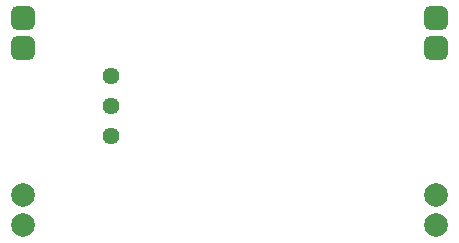
<source format=gbr>
%TF.GenerationSoftware,KiCad,Pcbnew,8.0.7*%
%TF.CreationDate,2025-01-12T01:40:56+08:00*%
%TF.ProjectId,power,706f7765-722e-46b6-9963-61645f706362,rev?*%
%TF.SameCoordinates,Original*%
%TF.FileFunction,Soldermask,Bot*%
%TF.FilePolarity,Negative*%
%FSLAX46Y46*%
G04 Gerber Fmt 4.6, Leading zero omitted, Abs format (unit mm)*
G04 Created by KiCad (PCBNEW 8.0.7) date 2025-01-12 01:40:56*
%MOMM*%
%LPD*%
G01*
G04 APERTURE LIST*
G04 Aperture macros list*
%AMRoundRect*
0 Rectangle with rounded corners*
0 $1 Rounding radius*
0 $2 $3 $4 $5 $6 $7 $8 $9 X,Y pos of 4 corners*
0 Add a 4 corners polygon primitive as box body*
4,1,4,$2,$3,$4,$5,$6,$7,$8,$9,$2,$3,0*
0 Add four circle primitives for the rounded corners*
1,1,$1+$1,$2,$3*
1,1,$1+$1,$4,$5*
1,1,$1+$1,$6,$7*
1,1,$1+$1,$8,$9*
0 Add four rect primitives between the rounded corners*
20,1,$1+$1,$2,$3,$4,$5,0*
20,1,$1+$1,$4,$5,$6,$7,0*
20,1,$1+$1,$6,$7,$8,$9,0*
20,1,$1+$1,$8,$9,$2,$3,0*%
G04 Aperture macros list end*
%ADD10RoundRect,0.500000X0.500000X-0.500000X0.500000X0.500000X-0.500000X0.500000X-0.500000X-0.500000X0*%
%ADD11C,2.000000*%
%ADD12C,1.440000*%
G04 APERTURE END LIST*
D10*
%TO.C,Vin-*%
X152500000Y-67500000D03*
X152500000Y-64960000D03*
%TD*%
D11*
%TO.C,Vo+*%
X187500000Y-82540000D03*
X187500000Y-80000000D03*
%TD*%
%TO.C,U3*%
X152500000Y-82540000D03*
X152500000Y-80000000D03*
%TD*%
D10*
%TO.C,Vo-*%
X187500000Y-67500000D03*
X187500000Y-64960000D03*
%TD*%
D12*
%TO.C,R5*%
X160000000Y-75000000D03*
X160000000Y-72460000D03*
X160000000Y-69920000D03*
%TD*%
M02*

</source>
